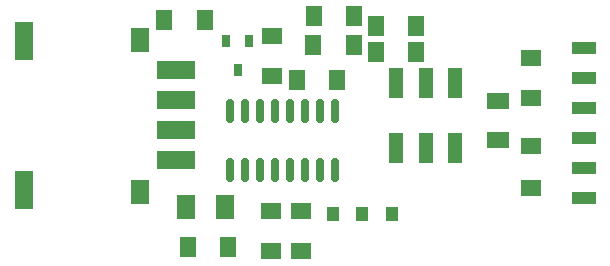
<source format=gbr>
%TF.GenerationSoftware,KiCad,Pcbnew,9.0.0*%
%TF.CreationDate,2025-04-06T18:56:11+05:30*%
%TF.ProjectId,FTDI-UPDI-CH340-Type-c,46544449-2d55-4504-9449-2d4348333430,rev?*%
%TF.SameCoordinates,Original*%
%TF.FileFunction,Paste,Top*%
%TF.FilePolarity,Positive*%
%FSLAX46Y46*%
G04 Gerber Fmt 4.6, Leading zero omitted, Abs format (unit mm)*
G04 Created by KiCad (PCBNEW 9.0.0) date 2025-04-06 18:56:11*
%MOMM*%
%LPD*%
G01*
G04 APERTURE LIST*
G04 Aperture macros list*
%AMRoundRect*
0 Rectangle with rounded corners*
0 $1 Rounding radius*
0 $2 $3 $4 $5 $6 $7 $8 $9 X,Y pos of 4 corners*
0 Add a 4 corners polygon primitive as box body*
4,1,4,$2,$3,$4,$5,$6,$7,$8,$9,$2,$3,0*
0 Add four circle primitives for the rounded corners*
1,1,$1+$1,$2,$3*
1,1,$1+$1,$4,$5*
1,1,$1+$1,$6,$7*
1,1,$1+$1,$8,$9*
0 Add four rect primitives between the rounded corners*
20,1,$1+$1,$2,$3,$4,$5,0*
20,1,$1+$1,$4,$5,$6,$7,0*
20,1,$1+$1,$6,$7,$8,$9,0*
20,1,$1+$1,$8,$9,$2,$3,0*%
G04 Aperture macros list end*
%ADD10R,2.000000X1.000000*%
%ADD11R,1.700000X1.400000*%
%ADD12R,1.400000X1.700000*%
%ADD13R,1.200000X2.500000*%
%ADD14R,1.900000X1.400000*%
%ADD15R,3.200000X1.600000*%
%ADD16R,1.600000X2.000000*%
%ADD17R,1.600000X3.200000*%
%ADD18R,0.700000X1.000000*%
%ADD19R,1.500000X2.000000*%
%ADD20R,1.000000X1.200000*%
%ADD21RoundRect,0.150000X-0.150000X0.825000X-0.150000X-0.825000X0.150000X-0.825000X0.150000X0.825000X0*%
G04 APERTURE END LIST*
D10*
%TO.C,J2*%
X161354148Y-90175605D03*
X161354148Y-92715605D03*
X161354148Y-95255605D03*
X161354148Y-97795605D03*
X161354148Y-100335605D03*
X161354148Y-102875605D03*
%TD*%
D11*
%TO.C,C1*%
X137449528Y-103997945D03*
X137449528Y-107397945D03*
%TD*%
D12*
%TO.C,C2*%
X137036467Y-92899194D03*
X140436467Y-92899194D03*
%TD*%
%TO.C,R3*%
X131258966Y-107019280D03*
X127858966Y-107019280D03*
%TD*%
%TO.C,R1*%
X138464115Y-89889293D03*
X141864115Y-89889293D03*
%TD*%
D13*
%TO.C,SW2*%
X150493590Y-93158767D03*
X147993590Y-93158767D03*
X145493590Y-93158767D03*
X145493590Y-98658767D03*
X147993590Y-98658767D03*
X150493590Y-98658767D03*
%TD*%
D14*
%TO.C,D5*%
X154075790Y-94648133D03*
X154075790Y-97948133D03*
%TD*%
D15*
%TO.C,J1*%
X126795091Y-99685605D03*
X126795091Y-97145605D03*
X126795091Y-94605605D03*
X126795091Y-92065605D03*
D16*
X123782214Y-102342302D03*
D17*
X113964851Y-102239403D03*
X113961026Y-89549639D03*
D16*
X123772591Y-89538799D03*
%TD*%
D18*
%TO.C,U2*%
X132997631Y-89610605D03*
X131097631Y-89610605D03*
X132047631Y-92010605D03*
%TD*%
D12*
%TO.C,D1*%
X147179148Y-90516950D03*
X143779148Y-90516950D03*
%TD*%
D19*
%TO.C,D3*%
X130984641Y-103632261D03*
X127684641Y-103632261D03*
%TD*%
D12*
%TO.C,R2*%
X138508163Y-87466645D03*
X141908163Y-87466645D03*
%TD*%
D20*
%TO.C,SW1*%
X140097802Y-104254511D03*
X142597802Y-104254511D03*
X145097802Y-104254511D03*
%TD*%
D12*
%TO.C,C4*%
X129245034Y-87774927D03*
X125845034Y-87774927D03*
%TD*%
D11*
%TO.C,JP1*%
X156909148Y-94415605D03*
X156909148Y-91015605D03*
%TD*%
%TO.C,D4*%
X134844304Y-107397945D03*
X134844304Y-103997945D03*
%TD*%
%TO.C,R4*%
X156909148Y-98435605D03*
X156909148Y-102035605D03*
%TD*%
D21*
%TO.C,U1*%
X140335000Y-95545001D03*
X139065000Y-95545001D03*
X137795000Y-95545001D03*
X136525000Y-95545001D03*
X135255000Y-95545001D03*
X133985000Y-95545001D03*
X132715000Y-95545001D03*
X131445000Y-95545001D03*
X131445000Y-100495001D03*
X132715000Y-100495001D03*
X133985000Y-100495001D03*
X135255000Y-100495001D03*
X136525000Y-100495001D03*
X137795000Y-100495001D03*
X139065000Y-100495001D03*
X140335000Y-100495001D03*
%TD*%
D11*
%TO.C,C3*%
X134996347Y-89172870D03*
X134996347Y-92572870D03*
%TD*%
D12*
%TO.C,D2*%
X147193611Y-88285287D03*
X143793611Y-88285287D03*
%TD*%
M02*

</source>
